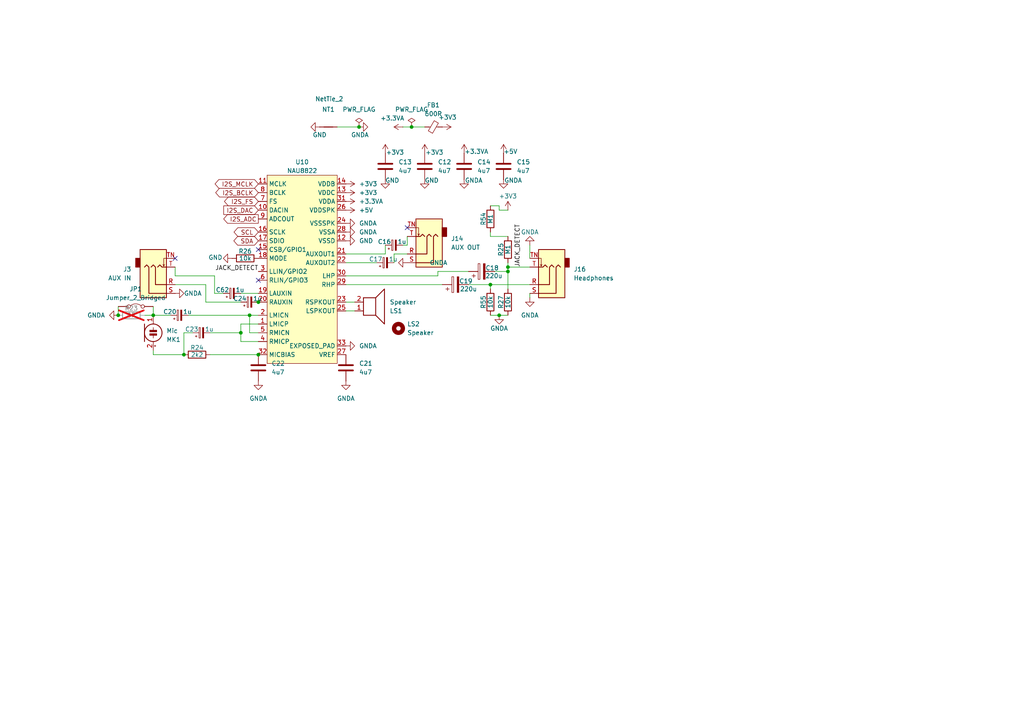
<source format=kicad_sch>
(kicad_sch (version 20231120) (generator "eeschema") (generator_version "8.0")
  (paper "A4")
  (title_block (title "lab@home") (date "2024-08-19") (rev "15.1") (company "Klaus Liebler"))
  (lib_symbols
    (symbol "Connector_Audio:AudioJack3_SwitchT"
      (property "Reference" "J" (at 0 8.89 0))
      (property "Value" "AudioJack3_SwitchT" (at 0 6.35 0))
      (symbol "AudioJack3_SwitchT_0_1"
        (rectangle (start -5.08 -5.08) (end -6.35 -7.62) (stroke (width 0.254)) (fill (type outline)))
        (polyline (pts (xy 1.778 -5.334) (xy 2.032 -5.842)))
        (polyline (pts (xy 0 -5.08) (xy 0.635 -5.715) (xy 1.27 -5.08) (xy 2.54 -5.08)) (stroke (width 0.254)))
        (polyline (pts (xy 2.54 -7.62) (xy 1.778 -7.62) (xy 1.778 -5.334) (xy 1.524 -5.842)))
        (polyline (pts (xy -1.905 -5.08) (xy -1.27 -5.715) (xy -0.635 -5.08) (xy -0.635 0) (xy 2.54 0)) (stroke (width 0.254)))
        (polyline (pts (xy 2.54 2.54) (xy -2.54 2.54) (xy -2.54 -5.08) (xy -3.175 -5.715) (xy -3.81 -5.08)) (stroke (width 0.254)))
        (rectangle (start 2.54 3.81) (end -5.08 -10.16) (stroke (width 0.254)) (fill (type background)))
      )
      (symbol "AudioJack3_SwitchT_1_1"
        (pin passive line (at 5.08 0 180) (length 2.54) (name "~") (number "R"))
        (pin passive line (at 5.08 2.54 180) (length 2.54) (name "~") (number "S"))
        (pin passive line (at 5.08 -5.08 180) (length 2.54) (name "~") (number "T"))
        (pin passive line (at 5.08 -7.62 180) (length 2.54) (name "~") (number "TN"))
      )
    )
    (symbol "Device:C" (pin_numbers hide) (pin_names (offset 0.254))
      (property "Reference" "C" (at 0.635 2.54 0))
      (property "Value" "C" (at 0.635 -2.54 0))
      (symbol "C_0_1"
        (polyline (pts (xy -2.032 -0.762) (xy 2.032 -0.762)) (stroke (width 0.508)))
        (polyline (pts (xy -2.032 0.762) (xy 2.032 0.762)) (stroke (width 0.508)))
      )
      (symbol "C_1_1"
        (pin passive line (at 0 3.81 270) (length 2.794) (name "~") (number "1"))
        (pin passive line (at 0 -3.81 90) (length 2.794) (name "~") (number "2"))
      )
    )
    (symbol "Device:C_Polarized" (pin_numbers hide) (pin_names (offset 0.254))
      (property "Reference" "C" (at 0.635 2.54 0))
      (property "Value" "C_Polarized" (at 0.635 -2.54 0))
      (symbol "C_Polarized_0_1"
        (rectangle (start -2.286 0.508) (end 2.286 1.016))
        (polyline (pts (xy -1.778 2.286) (xy -0.762 2.286)))
        (polyline (pts (xy -1.27 2.794) (xy -1.27 1.778)))
        (rectangle (start 2.286 -0.508) (end -2.286 -1.016) (fill (type outline)))
      )
      (symbol "C_Polarized_1_1"
        (pin passive line (at 0 3.81 270) (length 2.794) (name "~") (number "1"))
        (pin passive line (at 0 -3.81 90) (length 2.794) (name "~") (number "2"))
      )
    )
    (symbol "Device:C_Polarized_Small" (pin_numbers hide) (pin_names (offset 0.254) hide)
      (property "Reference" "C" (at 0.254 1.778 0))
      (property "Value" "C_Polarized_Small" (at 0.254 -2.032 0))
      (symbol "C_Polarized_Small_0_1"
        (rectangle (start -1.524 -0.3048) (end 1.524 -0.6858) (fill (type outline)))
        (rectangle (start -1.524 0.6858) (end 1.524 0.3048))
        (polyline (pts (xy -1.27 1.524) (xy -0.762 1.524)))
        (polyline (pts (xy -1.016 1.27) (xy -1.016 1.778)))
      )
      (symbol "C_Polarized_Small_1_1"
        (pin passive line (at 0 2.54 270) (length 1.8542) (name "~") (number "1"))
        (pin passive line (at 0 -2.54 90) (length 1.8542) (name "~") (number "2"))
      )
    )
    (symbol "Device:FerriteBead_Small" (pin_numbers hide) (pin_names (offset 0))
      (property "Reference" "FB" (at 1.905 1.27 0))
      (property "Value" "FerriteBead_Small" (at 1.905 -1.27 0))
      (symbol "FerriteBead_Small_0_1"
        (polyline (pts (xy 0 -1.27) (xy 0 -0.7874)))
        (polyline (pts (xy 0 0.889) (xy 0 1.2954)))
        (polyline (pts (xy -1.8288 0.2794) (xy -1.1176 1.4986) (xy 1.8288 -0.2032) (xy 1.1176 -1.4224) (xy -1.8288 0.2794)))
      )
      (symbol "FerriteBead_Small_1_1"
        (pin passive line (at 0 2.54 270) (length 1.27) (name "~") (number "1"))
        (pin passive line (at 0 -2.54 90) (length 1.27) (name "~") (number "2"))
      )
    )
    (symbol "Device:Microphone_Condenser" (pin_names (offset 0.0254) hide)
      (property "Reference" "MK" (at -3.302 1.27 0))
      (property "Value" "Microphone_Condenser" (at -3.302 -0.635 0))
      (symbol "Microphone_Condenser_0_1"
        (polyline (pts (xy -2.54 2.54) (xy -2.54 -2.54)) (stroke (width 0.254)))
        (polyline (pts (xy 0 -0.762) (xy 0 -1.524)))
        (polyline (pts (xy 0 0.762) (xy 0 1.524)))
        (polyline (pts (xy 0.254 3.81) (xy 0.762 3.81)))
        (polyline (pts (xy 0.508 4.064) (xy 0.508 3.556)))
        (circle (center 0 0) (radius 2.54) (stroke (width 0.254)))
        (rectangle (start 1.016 -0.254) (end -1.016 -0.762) (fill (type outline)))
        (rectangle (start 1.016 0.762) (end -1.016 0.254) (fill (type outline)))
      )
      (symbol "Microphone_Condenser_1_1"
        (pin passive line (at 0 -5.08 90) (length 2.54) (name "-") (number "1"))
        (pin passive line (at 0 5.08 270) (length 2.54) (name "+") (number "2"))
      )
    )
    (symbol "Device:NetTie_2" (pin_numbers hide) (pin_names (offset 0) hide) (in_bom no)
      (property "Reference" "NT" (at 0 1.27 0))
      (property "Value" "NetTie_2" (at 0 -1.27 0))
      (symbol "NetTie_2_0_1"
        (polyline (pts (xy -1.27 0) (xy 1.27 0)) (stroke (width 0.254)))
      )
      (symbol "NetTie_2_1_1"
        (pin passive line (at -2.54 0 0) (length 2.54) (name "1") (number "1"))
        (pin passive line (at 2.54 0 180) (length 2.54) (name "2") (number "2"))
      )
    )
    (symbol "Device:R" (pin_numbers hide) (pin_names (offset 0))
      (property "Reference" "R" (at 2.032 0 90))
      (property "Value" "R" (at 0 0 90))
      (symbol "R_0_1"
        (rectangle (start -1.016 -2.54) (end 1.016 2.54) (stroke (width 0.254)))
      )
      (symbol "R_1_1"
        (pin passive line (at 0 3.81 270) (length 1.27) (name "~") (number "1"))
        (pin passive line (at 0 -3.81 90) (length 1.27) (name "~") (number "2"))
      )
    )
    (symbol "Device:Speaker" (pin_names (offset 0) hide)
      (property "Reference" "LS" (at 1.27 5.715 0))
      (property "Value" "Speaker" (at 1.27 3.81 0))
      (symbol "Speaker_0_0"
        (rectangle (start -2.54 1.27) (end 1.016 -3.81) (stroke (width 0.254)))
        (polyline (pts (xy 1.016 1.27) (xy 3.556 3.81) (xy 3.556 -6.35) (xy 1.016 -3.81)) (stroke (width 0.254)))
      )
      (symbol "Speaker_1_1"
        (pin input line (at -5.08 0 0) (length 2.54) (name "1") (number "1"))
        (pin input line (at -5.08 -2.54 0) (length 2.54) (name "2") (number "2"))
      )
    )
    (symbol "Jumper:Jumper_2_Bridged" (pin_numbers hide) (pin_names (offset 0) hide) (exclude_from_sim yes)
      (property "Reference" "JP" (at 0 1.905 0))
      (property "Value" "Jumper_2_Bridged" (at 0 -2.54 0))
      (symbol "Jumper_2_Bridged_0_0"
        (circle (center -2.032 0) (radius 0.508))
        (circle (center 2.032 0) (radius 0.508))
      )
      (symbol "Jumper_2_Bridged_0_1"
        (arc (start 1.524 0.254) (mid 0 0.762) (end -1.524 0.254))
      )
      (symbol "Jumper_2_Bridged_1_1"
        (pin passive line (at -5.08 0 0) (length 2.54) (name "A") (number "1"))
        (pin passive line (at 5.08 0 180) (length 2.54) (name "B") (number "2"))
      )
    )
    (symbol "Mechanical:MountingHole" (pin_names (offset 1.016)) (exclude_from_sim yes) (in_bom no)
      (property "Reference" "H" (at 0 5.08 0))
      (property "Value" "MountingHole" (at 0 3.175 0))
      (symbol "MountingHole_0_1"
        (circle (center 0 0) (radius 1.27) (stroke (width 1.27)))
      )
    )
    (symbol "liebler_SEMICONDUCTORS:NAU88C22"
      (property "Reference" "U" (at 0 29.464 0))
      (symbol "NAU88C22_1_1"
        (rectangle (start -10.16 27.94) (end 10.16 -26.67) (fill (type background)))
        (pin input line (at -12.7 -15.24 0) (length 2.54) (name "LMICP") (number "1"))
        (pin input line (at -12.7 17.78 0) (length 2.54) (name "DACIN") (number "10"))
        (pin input line (at -12.7 25.4 0) (length 2.54) (name "MCLK") (number "11"))
        (pin power_in line (at 12.7 8.89 180) (length 2.54) (name "VSSD") (number "12"))
        (pin power_in line (at 12.7 22.86 180) (length 2.54) (name "VDDC") (number "13"))
        (pin power_in line (at 12.7 25.4 180) (length 2.54) (name "VDDB") (number "14"))
        (pin bidirectional line (at -12.7 6.35 0) (length 2.54) (name "CSB/GPIO1") (number "15"))
        (pin input line (at -12.7 11.43 0) (length 2.54) (name "SCLK") (number "16"))
        (pin input line (at -12.7 8.89 0) (length 2.54) (name "SDIO") (number "17"))
        (pin input line (at -12.7 3.81 0) (length 2.54) (name "MODE") (number "18"))
        (pin input line (at -12.7 -6.35 0) (length 2.54) (name "LAUXIN") (number "19"))
        (pin input line (at -12.7 -12.7 0) (length 2.54) (name "LMICN") (number "2"))
        (pin input line (at -12.7 -8.89 0) (length 2.54) (name "RAUXIN") (number "20"))
        (pin output line (at 12.7 5.08 180) (length 2.54) (name "AUXOUT1") (number "21"))
        (pin output line (at 12.7 2.54 180) (length 2.54) (name "AUXOUT2") (number "22"))
        (pin output line (at 12.7 -8.89 180) (length 2.54) (name "RSPKOUT") (number "23"))
        (pin power_in line (at 12.7 13.97 180) (length 2.54) (name "VSSSPK") (number "24"))
        (pin output line (at 12.7 -11.43 180) (length 2.54) (name "LSPKOUT") (number "25"))
        (pin power_in line (at 12.7 17.78 180) (length 2.54) (name "VDDSPK") (number "26"))
        (pin power_out line (at 12.7 -24.13 180) (length 2.54) (name "VREF") (number "27"))
        (pin power_in line (at 12.7 11.43 180) (length 2.54) (name "VSSA") (number "28"))
        (pin output line (at 12.7 -3.81 180) (length 2.54) (name "RHP") (number "29"))
        (pin bidirectional line (at -12.7 0 0) (length 2.54) (name "LLIN/GPIO2") (number "3"))
        (pin output line (at 12.7 -1.27 180) (length 2.54) (name "LHP") (number "30"))
        (pin power_in line (at 12.7 20.32 180) (length 2.54) (name "VDDA") (number "31"))
        (pin input line (at -12.7 -24.13 0) (length 2.54) (name "MICBIAS") (number "32"))
        (pin passive line (at 12.7 -21.59 180) (length 2.54) (name "EXPOSED_PAD") (number "33"))
        (pin input line (at -12.7 -20.32 0) (length 2.54) (name "RMICP") (number "4"))
        (pin input line (at -12.7 -17.78 0) (length 2.54) (name "RMICN") (number "5"))
        (pin bidirectional line (at -12.7 -2.54 0) (length 2.54) (name "RLIN/GPIO3") (number "6"))
        (pin bidirectional line (at -12.7 20.32 0) (length 2.54) (name "FS") (number "7"))
        (pin bidirectional line (at -12.7 22.86 0) (length 2.54) (name "BCLK") (number "8"))
        (pin output line (at -12.7 15.24 0) (length 2.54) (name "ADCOUT") (number "9"))
      )
    )
    (symbol "power:+3.3VA" (power) (pin_numbers hide) (pin_names (offset 0) hide)
      (property "Value" "+3.3VA" (at 0 3.556 0))
      (symbol "+3.3VA_0_1"
        (polyline (pts (xy -0.762 1.27) (xy 0 2.54)))
        (polyline (pts (xy 0 0) (xy 0 2.54)))
        (polyline (pts (xy 0 2.54) (xy 0.762 1.27)))
      )
      (symbol "+3.3VA_1_1"
        (pin power_in line (at 0 0 90) (length 0) (name "~") (number "1"))
      )
    )
    (symbol "power:+3V3" (power) (pin_numbers hide) (pin_names (offset 0) hide)
      (property "Value" "+3V3" (at 0 3.556 0))
      (symbol "+3V3_0_1"
        (polyline (pts (xy -0.762 1.27) (xy 0 2.54)))
        (polyline (pts (xy 0 0) (xy 0 2.54)))
        (polyline (pts (xy 0 2.54) (xy 0.762 1.27)))
      )
      (symbol "+3V3_1_1"
        (pin power_in line (at 0 0 90) (length 0) (name "~") (number "1"))
      )
    )
    (symbol "power:+5V" (power) (pin_numbers hide) (pin_names (offset 0) hide)
      (property "Value" "+5V" (at 0 3.556 0))
      (symbol "+5V_0_1"
        (polyline (pts (xy -0.762 1.27) (xy 0 2.54)))
        (polyline (pts (xy 0 0) (xy 0 2.54)))
        (polyline (pts (xy 0 2.54) (xy 0.762 1.27)))
      )
      (symbol "+5V_1_1"
        (pin power_in line (at 0 0 90) (length 0) (name "~") (number "1"))
      )
    )
    (symbol "power:GND" (power) (pin_numbers hide) (pin_names (offset 0) hide)
      (property "Value" "GND" (at 0 -3.81 0))
      (symbol "GND_0_1"
        (polyline (pts (xy 0 0) (xy 0 -1.27) (xy 1.27 -1.27) (xy 0 -2.54) (xy -1.27 -1.27) (xy 0 -1.27)))
      )
      (symbol "GND_1_1"
        (pin power_in line (at 0 0 270) (length 0) (name "~") (number "1"))
      )
    )
    (symbol "power:GNDA" (power) (pin_numbers hide) (pin_names (offset 0) hide)
      (property "Value" "GNDA" (at 0 -3.81 0))
      (symbol "GNDA_0_1"
        (polyline (pts (xy 0 0) (xy 0 -1.27) (xy 1.27 -1.27) (xy 0 -2.54) (xy -1.27 -1.27) (xy 0 -1.27)))
      )
      (symbol "GNDA_1_1"
        (pin power_in line (at 0 0 270) (length 0) (name "~") (number "1"))
      )
    )
    (symbol "power:PWR_FLAG" (power) (pin_numbers hide) (pin_names (offset 0) hide)
      (property "Value" "PWR_FLAG" (at 0 3.81 0))
      (symbol "PWR_FLAG_0_0"
        (pin power_out line (at 0 0 90) (length 0) (name "~") (number "1"))
      )
      (symbol "PWR_FLAG_0_1"
        (polyline (pts (xy 0 0) (xy 0 1.27) (xy -1.016 1.905) (xy 0 2.54) (xy 1.016 1.905) (xy 0 1.27)))
      )
    )
  )
  (junction (at 142.24 82.55))
  (junction (at 72.39 91.44))
  (junction (at 147.32 78.74))
  (junction (at 53.34 102.87))
  (junction (at 34.29 91.44))
  (junction (at 119.38 36.83))
  (junction (at 104.14 36.83))
  (junction (at 44.45 91.44))
  (junction (at 69.85 96.52))
  (junction (at 147.32 77.47))
  (junction (at 144.78 91.44))
  (junction (at 74.93 102.87))
  (junction (at 74.93 87.63))
  (no_connect (at 118.11 66.04))
  (no_connect (at 74.93 81.28))
  (no_connect (at 74.93 72.39))
  (no_connect (at 50.8 74.93))
  (wire (pts (xy 44.45 88.9) (xy 44.45 91.44)))
  (wire (pts (xy 72.39 91.44) (xy 74.93 91.44)))
  (wire (pts (xy 100.33 76.2) (xy 109.22 76.2)))
  (wire (pts (xy 142.24 59.69) (xy 144.78 59.69)))
  (wire (pts (xy 100.33 87.63) (xy 102.87 87.63)))
  (wire (pts (xy 74.93 99.06) (xy 69.85 99.06)))
  (wire (pts (xy 119.38 36.83) (xy 123.19 36.83)))
  (wire (pts (xy 69.85 99.06) (xy 69.85 96.52)))
  (wire (pts (xy 73.66 87.63) (xy 74.93 87.63)))
  (wire (pts (xy 62.23 80.01) (xy 50.8 80.01)))
  (wire (pts (xy 114.3 73.66) (xy 118.11 73.66)))
  (wire (pts (xy 116.84 36.83) (xy 119.38 36.83)))
  (wire (pts (xy 104.14 36.83) (xy 97.79 36.83)))
  (wire (pts (xy 53.34 96.52) (xy 53.34 102.87)))
  (wire (pts (xy 44.45 91.44) (xy 49.53 91.44)))
  (wire (pts (xy 111.76 71.12) (xy 111.76 73.66)))
  (wire (pts (xy 147.32 77.47) (xy 147.32 76.2)))
  (wire (pts (xy 147.32 68.58) (xy 142.24 68.58)))
  (wire (pts (xy 62.23 85.09) (xy 64.77 85.09)))
  (wire (pts (xy 44.45 102.87) (xy 44.45 101.6)))
  (wire (pts (xy 69.85 96.52) (xy 69.85 93.98)))
  (wire (pts (xy 69.85 93.98) (xy 74.93 93.98)))
  (wire (pts (xy 118.11 68.58) (xy 118.11 71.12)))
  (wire (pts (xy 72.39 96.52) (xy 72.39 91.44)))
  (wire (pts (xy 142.24 82.55) (xy 142.24 83.82)))
  (wire (pts (xy 100.33 90.17) (xy 102.87 90.17)))
  (wire (pts (xy 142.24 68.58) (xy 142.24 67.31)))
  (wire (pts (xy 59.69 82.55) (xy 50.8 82.55)))
  (wire (pts (xy 127 80.01) (xy 127 78.74)))
  (wire (pts (xy 135.89 82.55) (xy 142.24 82.55)))
  (wire (pts (xy 41.91 91.44) (xy 44.45 91.44)))
  (wire (pts (xy 100.33 82.55) (xy 128.27 82.55)))
  (wire (pts (xy 153.67 85.09) (xy 153.67 86.36)))
  (wire (pts (xy 111.76 73.66) (xy 100.33 73.66)))
  (wire (pts (xy 144.78 60.96) (xy 147.32 60.96)))
  (wire (pts (xy 53.34 102.87) (xy 44.45 102.87)))
  (wire (pts (xy 147.32 78.74) (xy 147.32 83.82)))
  (wire (pts (xy 142.24 91.44) (xy 144.78 91.44)))
  (wire (pts (xy 127 78.74) (xy 135.89 78.74)))
  (wire (pts (xy 143.51 78.74) (xy 147.32 78.74)))
  (wire (pts (xy 100.33 80.01) (xy 127 80.01)))
  (wire (pts (xy 114.3 76.2) (xy 114.3 73.66)))
  (wire (pts (xy 147.32 77.47) (xy 153.67 77.47)))
  (wire (pts (xy 69.85 85.09) (xy 74.93 85.09)))
  (wire (pts (xy 53.34 96.52) (xy 55.88 96.52)))
  (wire (pts (xy 142.24 82.55) (xy 153.67 82.55)))
  (wire (pts (xy 59.69 87.63) (xy 69.85 87.63)))
  (wire (pts (xy 74.93 96.52) (xy 72.39 96.52)))
  (wire (pts (xy 62.23 85.09) (xy 62.23 80.01)))
  (wire (pts (xy 54.61 91.44) (xy 72.39 91.44)))
  (wire (pts (xy 144.78 91.44) (xy 147.32 91.44)))
  (wire (pts (xy 144.78 59.69) (xy 144.78 60.96)))
  (wire (pts (xy 60.96 102.87) (xy 74.93 102.87)))
  (wire (pts (xy 153.67 71.12) (xy 153.67 74.93)))
  (wire (pts (xy 147.32 78.74) (xy 147.32 77.47)))
  (wire (pts (xy 116.84 71.12) (xy 118.11 71.12)))
  (wire (pts (xy 50.8 77.47) (xy 50.8 80.01)))
  (wire (pts (xy 34.29 88.9) (xy 34.29 91.44)))
  (wire (pts (xy 59.69 87.63) (xy 59.69 82.55)))
  (wire (pts (xy 60.96 96.52) (xy 69.85 96.52)))
  (label "JACK_DETECT" (at 151.13 77.47 90))
  (label "JACK_DETECT" (at 74.93 78.74 180))
  (global_label "I2S_BCLK" (shape bidirectional) (at 74.93 55.88 180) (property "Intersheetrefs" "${INTERSHEET_REFS}" (effects (hide yes))))
  (global_label "I2S_DAC" (shape input) (at 74.93 60.96 180) (property "Intersheetrefs" "${INTERSHEET_REFS}" (effects (hide yes))))
  (global_label "I2S_MCLK" (shape bidirectional) (at 74.93 53.34 180) (property "Intersheetrefs" "${INTERSHEET_REFS}" (effects (hide yes))))
  (global_label "SCL" (shape bidirectional) (at 74.93 67.31 180) (property "Intersheetrefs" "${INTERSHEET_REFS}" (effects (hide yes))))
  (global_label "I2S_FS" (shape bidirectional) (at 74.93 58.42 180) (property "Intersheetrefs" "${INTERSHEET_REFS}" (effects (hide yes))))
  (global_label "SDA" (shape bidirectional) (at 74.93 69.85 180) (property "Intersheetrefs" "${INTERSHEET_REFS}" (effects (hide yes))))
  (global_label "I2S_ADC" (shape output) (at 74.93 63.5 180) (property "Intersheetrefs" "${INTERSHEET_REFS}" (effects (hide yes))))
  (symbol (lib_id "Jumper:Jumper_2_Bridged") (at 39.37 88.9 0) (unit 1) (exclude_from_sim yes)
    (property "Reference" "JP1" (at 39.37 83.82 0))
    (property "Value" "Jumper_2_Bridged" (at 39.37 86.36 0))
    (property "Footprint" "Jumper:SolderJumper-2_P1.3mm_Bridged2Bar_Pad1.0x1.5mm" (effects (hide yes)))
    (property "Description" "Jumper, 2-pole, closed/bridged" (effects (hide yes)))
  )
  (symbol (lib_id "power:GNDA") (at 100.33 67.31 90) (unit 1)
    (property "Reference" "#PWR059" (effects (hide yes)))
    (property "Value" "GNDA" (at 104.14 67.3099 90) (effects (justify right)))
    (property "Description" "Power symbol creates a global label with name \"GNDA\" , analog ground" (effects (hide yes)))
  )
  (symbol (lib_id "Device:NetTie_2") (at 95.25 36.83 0) (unit 1) (in_bom no)
    (property "Reference" "NT1" (at 95.25 31.75 0))
    (property "Value" "NetTie_2" (at 95.504 28.702 0))
    (property "Footprint" "NetTie:NetTie-2_SMD_Pad0.5mm" (effects (hide yes)))
    (property "Description" "Net tie, 2 pins" (effects (hide yes)))
  )
  (symbol (lib_id "Connector_Audio:AudioJack3_SwitchT") (at 123.19 73.66 180) (unit 1)
    (property "Reference" "J14" (at 130.81 69.2149 0) (effects (justify right)))
    (property "Value" "AUX OUT" (at 130.81 71.7549 0) (effects (justify right)))
    (property "Footprint" "liebler_CONN:PJ-327A" (effects (hide yes)))
    (property "Description" "Audio Jack, 3 Poles (Stereo / TRS), Switched T Pole (Normalling)" (effects (hide yes)))
  )
  (symbol (lib_id "Device:C_Polarized") (at 132.08 82.55 90) (unit 1)
    (property "Reference" "C19" (at 135.128 81.534 90))
    (property "Value" "220u" (at 135.89 83.82 90))
    (property "Footprint" "Capacitor_SMD:CP_Elec_6.3x5.4" (effects (hide yes)))
    (property "Description" "Polarized capacitor" (effects (hide yes)))
  )
  (symbol (lib_id "power:GND") (at 92.71 36.83 270) (unit 1)
    (property "Reference" "#PWR0182" (effects (hide yes)))
    (property "Value" "GND" (at 92.71 39.116 90))
    (property "Description" "Power symbol creates a global label with name \"GND\" , ground" (effects (hide yes)))
  )
  (symbol (lib_id "power:GNDA") (at 50.8 85.09 90) (unit 1)
    (property "Reference" "#PWR0187" (effects (hide yes)))
    (property "Value" "GNDA" (at 53.34 85.09 90) (effects (justify right)))
    (property "Description" "Power symbol creates a global label with name \"GNDA\" , analog ground" (effects (hide yes)))
  )
  (symbol (lib_id "Device:C_Polarized_Small") (at 67.31 85.09 90) (unit 1)
    (property "Reference" "C62" (at 64.516 84.074 90))
    (property "Value" "1u" (at 69.596 84.074 90))
    (property "Footprint" "Capacitor_Tantalum_SMD:CP_EIA-3216-10_Kemet-I" (effects (hide yes)))
    (property "Description" "Polarized capacitor, small symbol" (effects (hide yes)))
  )
  (symbol (lib_id "power:+3V3") (at 100.33 53.34 270) (unit 1)
    (property "Reference" "#PWR063" (effects (hide yes)))
    (property "Value" "+3V3" (at 104.14 53.3399 90) (effects (justify left)))
    (property "Description" "Power symbol creates a global label with name \"+3V3\"" (effects (hide yes)))
  )
  (symbol (lib_id "Device:R") (at 142.24 63.5 0) (unit 1)
    (property "Reference" "R54" (at 140.208 63.5 90))
    (property "Value" "M1" (at 142.24 63.5 90))
    (property "Footprint" "Resistor_SMD:R_0402_1005Metric" (effects (hide yes)))
    (property "Description" "Resistor" (effects (hide yes)))
  )
  (symbol (lib_id "Device:Speaker") (at 107.95 90.17 0) (mirror x) (unit 1)
    (property "Reference" "LS1" (at 113.03 90.1701 0) (effects (justify left)))
    (property "Value" "Speaker" (at 113.03 87.6301 0) (effects (justify left)))
    (property "Footprint" "Connector_PinHeader_2.00mm:PinHeader_1x02_P2.00mm_Vertical" (effects (hide yes)))
    (property "Description" "Speaker" (effects (hide yes)))
  )
  (symbol (lib_id "Device:C_Polarized_Small") (at 114.3 71.12 90) (unit 1)
    (property "Reference" "C16" (at 111.506 70.104 90))
    (property "Value" "1u" (at 116.586 70.104 90))
    (property "Footprint" "Capacitor_Tantalum_SMD:CP_EIA-3216-10_Kemet-I" (effects (hide yes)))
    (property "Description" "Polarized capacitor, small symbol" (effects (hide yes)))
  )
  (symbol (lib_id "Device:R") (at 57.15 102.87 270) (unit 1)
    (property "Reference" "R24" (at 57.15 100.838 90))
    (property "Value" "2k2" (at 57.15 102.87 90))
    (property "Footprint" "Resistor_SMD:R_0402_1005Metric" (effects (hide yes)))
    (property "Description" "Resistor" (effects (hide yes)))
  )
  (symbol (lib_id "Device:C_Polarized_Small") (at 72.39 87.63 90) (unit 1)
    (property "Reference" "C24" (at 69.596 86.614 90))
    (property "Value" "1u" (at 74.676 86.614 90))
    (property "Footprint" "Capacitor_Tantalum_SMD:CP_EIA-3216-10_Kemet-I" (effects (hide yes)))
    (property "Description" "Polarized capacitor, small symbol" (effects (hide yes)))
  )
  (symbol (lib_id "Device:C") (at 74.93 106.68 0) (unit 1)
    (property "Reference" "C22" (at 78.74 105.4099 0) (effects (justify left)))
    (property "Value" "4u7" (at 78.74 107.9499 0) (effects (justify left)))
    (property "Footprint" "Capacitor_SMD:C_0402_1005Metric" (effects (hide yes)))
    (property "Description" "Unpolarized capacitor" (effects (hide yes)))
  )
  (symbol (lib_id "power:+3.3VA") (at 134.62 44.45 0) (unit 1)
    (property "Reference" "#PWR071" (effects (hide yes)))
    (property "Value" "+3.3VA" (at 138.176 43.942 0))
    (property "Description" "Power symbol creates a global label with name \"+3.3VA\"" (effects (hide yes)))
  )
  (symbol (lib_id "Device:R") (at 71.12 74.93 270) (unit 1)
    (property "Reference" "R26" (at 71.12 72.898 90))
    (property "Value" "10k" (at 71.12 74.93 90))
    (property "Footprint" "Resistor_SMD:R_0402_1005Metric" (effects (hide yes)))
    (property "Description" "Resistor" (effects (hide yes)))
  )
  (symbol (lib_id "power:GNDA") (at 153.67 71.12 180) (unit 1)
    (property "Reference" "#PWR0176" (effects (hide yes)))
    (property "Value" "GNDA" (at 153.67 67.31 0))
    (property "Description" "Power symbol creates a global label with name \"GNDA\" , analog ground" (effects (hide yes)))
  )
  (symbol (lib_id "power:PWR_FLAG") (at 119.38 36.83 0) (unit 1)
    (property "Reference" "#FLG06" (effects (hide yes)))
    (property "Value" "PWR_FLAG" (at 119.38 31.75 0))
    (property "Description" "Special symbol for telling ERC where power comes from" (effects (hide yes)))
  )
  (symbol (lib_id "Device:R") (at 38.1 91.44 90) (unit 1) (dnp yes)
    (property "Reference" "R23" (at 38.1 89.408 90))
    (property "Value" "0R" (at 38.1 91.44 90))
    (property "Footprint" "Diode_SMD:D_0805_2012Metric_Pad1.15x1.40mm_HandSolder" (effects (hide yes)))
    (property "Description" "Resistor" (effects (hide yes)))
  )
  (symbol (lib_id "Device:C_Polarized_Small") (at 111.76 76.2 90) (unit 1)
    (property "Reference" "C17" (at 108.966 75.184 90))
    (property "Value" "1u" (at 114.046 75.184 90))
    (property "Footprint" "Capacitor_Tantalum_SMD:CP_EIA-3216-10_Kemet-I" (effects (hide yes)))
    (property "Description" "Polarized capacitor, small symbol" (effects (hide yes)))
  )
  (symbol (lib_id "Device:R") (at 147.32 72.39 0) (unit 1)
    (property "Reference" "R25" (at 145.288 72.39 90))
    (property "Value" "M1" (at 147.32 72.39 90))
    (property "Footprint" "Resistor_SMD:R_0402_1005Metric" (effects (hide yes)))
    (property "Description" "Resistor" (effects (hide yes)))
  )
  (symbol (lib_id "Device:FerriteBead_Small") (at 125.73 36.83 90) (unit 1)
    (property "Reference" "FB1" (at 125.6919 30.48 90))
    (property "Value" "600R" (at 125.6919 33.02 90))
    (property "Footprint" "Inductor_SMD:L_0603_1608Metric" (effects (hide yes)))
    (property "Description" "Ferrite bead, small symbol" (effects (hide yes)))
  )
  (symbol (lib_id "power:+3V3") (at 100.33 55.88 270) (unit 1)
    (property "Reference" "#PWR062" (effects (hide yes)))
    (property "Value" "+3V3" (at 104.14 55.8799 90) (effects (justify left)))
    (property "Description" "Power symbol creates a global label with name \"+3V3\"" (effects (hide yes)))
  )
  (symbol (lib_id "power:+3V3") (at 128.27 36.83 270) (unit 1)
    (property "Reference" "#PWR0181" (effects (hide yes)))
    (property "Value" "+3V3" (at 129.794 34.036 90))
    (property "Description" "Power symbol creates a global label with name \"+3V3\"" (effects (hide yes)))
  )
  (symbol (lib_id "power:+3.3VA") (at 116.84 36.83 90) (unit 1)
    (property "Reference" "#PWR0180" (effects (hide yes)))
    (property "Value" "+3.3VA" (at 113.792 34.29 90))
    (property "Description" "Power symbol creates a global label with name \"+3.3VA\"" (effects (hide yes)))
  )
  (symbol (lib_id "Connector_Audio:AudioJack3_SwitchT") (at 158.75 82.55 180) (unit 1)
    (property "Reference" "J16" (at 166.37 78.1049 0) (effects (justify right)))
    (property "Value" "Headphones" (at 166.37 80.6449 0) (effects (justify right)))
    (property "Footprint" "liebler_CONN:PJ-327A" (effects (hide yes)))
    (property "Description" "Audio Jack, 3 Poles (Stereo / TRS), Switched T Pole (Normalling)" (effects (hide yes)))
  )
  (symbol (lib_id "Device:Microphone_Condenser") (at 44.45 96.52 0) (mirror x) (unit 1)
    (property "Reference" "MK1" (at 48.26 98.4886 0) (effects (justify left)))
    (property "Value" "Mic" (at 48.26 95.9486 0) (effects (justify left)))
    (property "Footprint" "liebler_PASSIVES:Microphone_6mm" (effects (hide yes)))
    (property "Description" "Condenser microphone" (effects (hide yes)))
  )
  (symbol (lib_id "power:GNDA") (at 146.05 52.07 0) (unit 1)
    (property "Reference" "#PWR072" (effects (hide yes)))
    (property "Value" "GNDA" (at 148.844 52.324 0))
    (property "Description" "Power symbol creates a global label with name \"GNDA\" , analog ground" (effects (hide yes)))
  )
  (symbol (lib_id "power:GNDA") (at 100.33 100.33 90) (unit 1)
    (property "Reference" "#PWR074" (effects (hide yes)))
    (property "Value" "GNDA" (at 104.14 100.3299 90) (effects (justify right)))
    (property "Description" "Power symbol creates a global label with name \"GNDA\" , analog ground" (effects (hide yes)))
  )
  (symbol (lib_id "Device:C") (at 134.62 48.26 0) (unit 1)
    (property "Reference" "C14" (at 138.43 46.9899 0) (effects (justify left)))
    (property "Value" "4u7" (at 138.43 49.5299 0) (effects (justify left)))
    (property "Footprint" "Capacitor_SMD:C_0402_1005Metric" (effects (hide yes)))
    (property "Description" "Unpolarized capacitor" (effects (hide yes)))
  )
  (symbol (lib_id "power:+5V") (at 146.05 44.45 0) (unit 1)
    (property "Reference" "#PWR073" (effects (hide yes)))
    (property "Value" "+5V" (at 148.082 43.942 0))
    (property "Description" "Power symbol creates a global label with name \"+5V\"" (effects (hide yes)))
  )
  (symbol (lib_id "Device:C_Polarized") (at 139.7 78.74 90) (unit 1)
    (property "Reference" "C18" (at 142.748 77.724 90))
    (property "Value" "220u" (at 143.256 80.01 90))
    (property "Footprint" "Capacitor_SMD:CP_Elec_6.3x5.4" (effects (hide yes)))
    (property "Description" "Polarized capacitor" (effects (hide yes)))
  )
  (symbol (lib_id "Device:R") (at 142.24 87.63 0) (unit 1)
    (property "Reference" "R55" (at 140.208 87.63 90))
    (property "Value" "10k" (at 142.24 87.63 90))
    (property "Footprint" "Resistor_SMD:R_0402_1005Metric" (effects (hide yes)))
    (property "Description" "Resistor" (effects (hide yes)))
  )
  (symbol (lib_id "power:GNDA") (at 104.14 36.83 90) (unit 1)
    (property "Reference" "#PWR0183" (effects (hide yes)))
    (property "Value" "GNDA" (at 104.394 39.116 90))
    (property "Description" "Power symbol creates a global label with name \"GNDA\" , analog ground" (effects (hide yes)))
  )
  (symbol (lib_id "power:GND") (at 67.31 74.93 270) (unit 1)
    (property "Reference" "#PWR0184" (effects (hide yes)))
    (property "Value" "GND" (at 62.484 74.676 90))
    (property "Description" "Power symbol creates a global label with name \"GND\" , ground" (effects (hide yes)))
  )
  (symbol (lib_id "Connector_Audio:AudioJack3_SwitchT") (at 45.72 82.55 0) (mirror x) (unit 1)
    (property "Reference" "J3" (at 38.1 78.1049 0) (effects (justify right)))
    (property "Value" "AUX IN" (at 38.1 80.6449 0) (effects (justify right)))
    (property "Footprint" "liebler_CONN:PJ-327A" (effects (hide yes)))
    (property "Description" "Audio Jack, 3 Poles (Stereo / TRS), Switched T Pole (Normalling)" (effects (hide yes)))
  )
  (symbol (lib_id "power:GND") (at 100.33 69.85 90) (unit 1)
    (property "Reference" "#PWR064" (effects (hide yes)))
    (property "Value" "GND" (at 104.14 69.8499 90) (effects (justify right)))
    (property "Description" "Power symbol creates a global label with name \"GND\" , ground" (effects (hide yes)))
  )
  (symbol (lib_id "Mechanical:MountingHole") (at 115.57 95.25 0) (unit 1) (exclude_from_sim yes) (in_bom no)
    (property "Reference" "LS2" (at 118.11 93.9799 0) (effects (justify left)))
    (property "Value" "Speaker" (at 118.11 96.5199 0) (effects (justify left)))
    (property "Footprint" "liebler_MECH:SPEAKER_2415" (effects (hide yes)))
    (property "Description" "Mounting Hole without connection" (effects (hide yes)))
  )
  (symbol (lib_id "Device:R") (at 147.32 87.63 0) (unit 1)
    (property "Reference" "R27" (at 145.288 87.63 90))
    (property "Value" "10k" (at 147.32 87.63 90))
    (property "Footprint" "Resistor_SMD:R_0402_1005Metric" (effects (hide yes)))
    (property "Description" "Resistor" (effects (hide yes)))
  )
  (symbol (lib_id "power:GNDA") (at 100.33 64.77 90) (unit 1)
    (property "Reference" "#PWR058" (effects (hide yes)))
    (property "Value" "GNDA" (at 104.14 64.7699 90) (effects (justify right)))
    (property "Description" "Power symbol creates a global label with name \"GNDA\" , analog ground" (effects (hide yes)))
  )
  (symbol (lib_id "power:GNDA") (at 134.62 52.07 0) (unit 1)
    (property "Reference" "#PWR070" (effects (hide yes)))
    (property "Value" "GNDA" (at 137.414 52.324 0))
    (property "Description" "Power symbol creates a global label with name \"GNDA\" , analog ground" (effects (hide yes)))
  )
  (symbol (lib_id "Device:C") (at 100.33 106.68 0) (unit 1)
    (property "Reference" "C21" (at 104.14 105.4099 0) (effects (justify left)))
    (property "Value" "4u7" (at 104.14 107.9499 0) (effects (justify left)))
    (property "Footprint" "Capacitor_SMD:C_0402_1005Metric" (effects (hide yes)))
    (property "Description" "Unpolarized capacitor" (effects (hide yes)))
  )
  (symbol (lib_id "power:+3.3VA") (at 100.33 58.42 270) (unit 1)
    (property "Reference" "#PWR065" (effects (hide yes)))
    (property "Value" "+3.3VA" (at 104.14 58.4199 90) (effects (justify left)))
    (property "Description" "Power symbol creates a global label with name \"+3.3VA\"" (effects (hide yes)))
  )
  (symbol (lib_id "power:GNDA") (at 34.29 91.44 270) (unit 1)
    (property "Reference" "#PWR0153" (effects (hide yes)))
    (property "Value" "GNDA" (at 30.48 91.4399 90) (effects (justify right)))
    (property "Description" "Power symbol creates a global label with name \"GNDA\" , analog ground" (effects (hide yes)))
  )
  (symbol (lib_id "Device:C") (at 111.76 48.26 0) (unit 1)
    (property "Reference" "C13" (at 115.57 46.9899 0) (effects (justify left)))
    (property "Value" "4u7" (at 115.57 49.5299 0) (effects (justify left)))
    (property "Footprint" "Capacitor_SMD:C_0402_1005Metric" (effects (hide yes)))
    (property "Description" "Unpolarized capacitor" (effects (hide yes)))
  )
  (symbol (lib_id "power:GNDA") (at 153.67 86.36 0) (unit 1)
    (property "Reference" "#PWR0175" (effects (hide yes)))
    (property "Value" "GNDA" (at 153.67 91.44 0))
    (property "Description" "Power symbol creates a global label with name \"GNDA\" , analog ground" (effects (hide yes)))
  )
  (symbol (lib_id "power:GND") (at 123.19 52.07 0) (unit 1)
    (property "Reference" "#PWR069" (effects (hide yes)))
    (property "Value" "GND" (at 125.222 52.324 0))
    (property "Description" "Power symbol creates a global label with name \"GND\" , ground" (effects (hide yes)))
  )
  (symbol (lib_id "power:GNDA") (at 144.78 91.44 0) (unit 1)
    (property "Reference" "#PWR0185" (effects (hide yes)))
    (property "Value" "GNDA" (at 144.78 95.25 0))
    (property "Description" "Power symbol creates a global label with name \"GNDA\" , analog ground" (effects (hide yes)))
  )
  (symbol (lib_id "power:+5V") (at 100.33 60.96 270) (unit 1)
    (property "Reference" "#PWR061" (effects (hide yes)))
    (property "Value" "+5V" (at 104.14 60.9599 90) (effects (justify left)))
    (property "Description" "Power symbol creates a global label with name \"+5V\"" (effects (hide yes)))
  )
  (symbol (lib_id "power:+3V3") (at 123.19 44.45 0) (unit 1)
    (property "Reference" "#PWR067" (effects (hide yes)))
    (property "Value" "+3V3" (at 125.984 44.196 0))
    (property "Description" "Power symbol creates a global label with name \"+3V3\"" (effects (hide yes)))
  )
  (symbol (lib_id "liebler_SEMICONDUCTORS:NAU88C22") (at 87.63 78.74 0) (unit 1)
    (property "Reference" "U10" (at 87.63 46.99 0))
    (property "Value" "NAU8822" (at 87.63 49.53 0))
    (property "Footprint" "Package_DFN_QFN:QFN-32-1EP_5x5mm_P0.5mm_EP3.6x3.6mm_ThermalVias" (effects (hide yes)))
  )
  (symbol (lib_id "power:PWR_FLAG") (at 104.14 36.83 0) (unit 1)
    (property "Reference" "#FLG07" (effects (hide yes)))
    (property "Value" "PWR_FLAG" (at 104.14 31.75 0))
    (property "Description" "Special symbol for telling ERC where power comes from" (effects (hide yes)))
  )
  (symbol (lib_id "power:GNDA") (at 100.33 110.49 0) (unit 1)
    (property "Reference" "#PWR0154" (effects (hide yes)))
    (property "Value" "GNDA" (at 100.33 115.57 0))
    (property "Description" "Power symbol creates a global label with name \"GNDA\" , analog ground" (effects (hide yes)))
  )
  (symbol (lib_id "Device:C_Polarized_Small") (at 52.07 91.44 90) (unit 1)
    (property "Reference" "C20" (at 49.276 90.424 90))
    (property "Value" "1u" (at 54.356 90.424 90))
    (property "Footprint" "Capacitor_Tantalum_SMD:CP_EIA-3216-10_Kemet-I" (effects (hide yes)))
    (property "Description" "Polarized capacitor, small symbol" (effects (hide yes)))
  )
  (symbol (lib_id "power:GND") (at 111.76 52.07 0) (unit 1)
    (property "Reference" "#PWR068" (effects (hide yes)))
    (property "Value" "GND" (at 113.792 52.324 0))
    (property "Description" "Power symbol creates a global label with name \"GND\" , ground" (effects (hide yes)))
  )
  (symbol (lib_id "power:GNDA") (at 118.11 76.2 270) (unit 1)
    (property "Reference" "#PWR0186" (effects (hide yes)))
    (property "Value" "GNDA" (at 129.794 76.2 90) (effects (justify right)))
    (property "Description" "Power symbol creates a global label with name \"GNDA\" , analog ground" (effects (hide yes)))
  )
  (symbol (lib_id "Device:C") (at 123.19 48.26 0) (unit 1)
    (property "Reference" "C12" (at 127 46.9899 0) (effects (justify left)))
    (property "Value" "4u7" (at 127 49.5299 0) (effects (justify left)))
    (property "Footprint" "Capacitor_SMD:C_0402_1005Metric" (effects (hide yes)))
    (property "Description" "Unpolarized capacitor" (effects (hide yes)))
  )
  (symbol (lib_id "power:+3V3") (at 111.76 44.45 0) (unit 1)
    (property "Reference" "#PWR066" (effects (hide yes)))
    (property "Value" "+3V3" (at 114.554 44.196 0))
    (property "Description" "Power symbol creates a global label with name \"+3V3\"" (effects (hide yes)))
  )
  (symbol (lib_id "Device:C_Polarized_Small") (at 58.42 96.52 90) (unit 1)
    (property "Reference" "C23" (at 55.626 95.504 90))
    (property "Value" "1u" (at 60.706 95.504 90))
    (property "Footprint" "Capacitor_Tantalum_SMD:CP_EIA-3216-10_Kemet-I" (effects (hide yes)))
    (property "Description" "Polarized capacitor, small symbol" (effects (hide yes)))
  )
  (symbol (lib_id "power:GNDA") (at 74.93 110.49 0) (unit 1)
    (property "Reference" "#PWR0171" (effects (hide yes)))
    (property "Value" "GNDA" (at 74.93 115.57 0))
    (property "Description" "Power symbol creates a global label with name \"GNDA\" , analog ground" (effects (hide yes)))
  )
  (symbol (lib_id "Device:C") (at 146.05 48.26 0) (unit 1)
    (property "Reference" "C15" (at 149.86 46.9899 0) (effects (justify left)))
    (property "Value" "4u7" (at 149.86 49.5299 0) (effects (justify left)))
    (property "Footprint" "Capacitor_SMD:C_0402_1005Metric" (effects (hide yes)))
    (property "Description" "Unpolarized capacitor" (effects (hide yes)))
  )
  (symbol (lib_id "power:+3V3") (at 147.32 60.96 0) (unit 1)
    (property "Reference" "#PWR0177" (effects (hide yes)))
    (property "Value" "+3V3" (at 147.32 56.896 0))
    (property "Description" "Power symbol creates a global label with name \"+3V3\"" (effects (hide yes)))
  )
)
</source>
